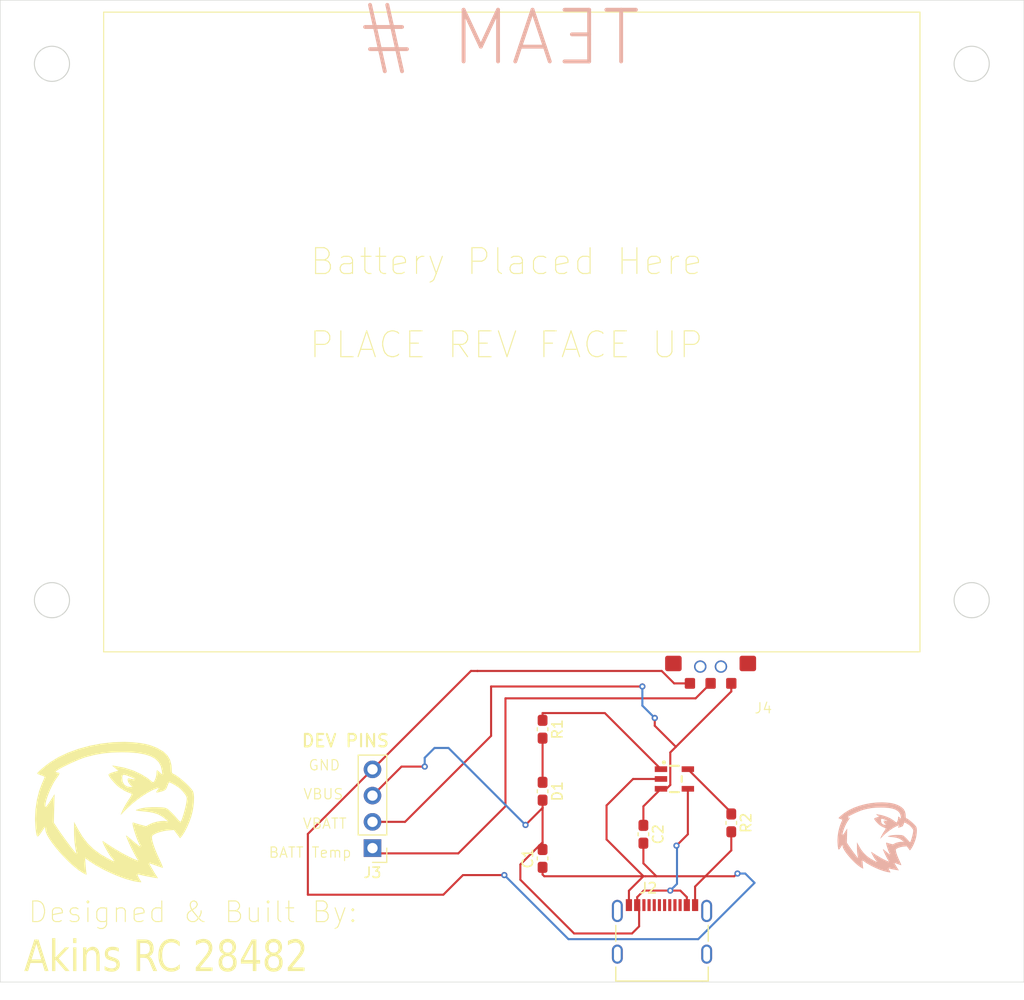
<source format=kicad_pcb>
(kicad_pcb (version 20241229) (generator "pcbnew") (generator_version "9.0")
  (layers (0 "F.Cu" signal) (2 "B.Cu" signal) (13 "F.Paste" user) (15 "B.Paste" user) (5 "F.SilkS" user "F.Silkscreen") (7 "B.SilkS" user "B.Silkscreen") (1 "F.Mask" user) (3 "B.Mask" user) (25 "Edge.Cuts" user))
  (net 0 "")
  (net 1 "VBUS")
  (net 2 "GND")
  (net 3 "VBATT")
  (net 4 "Net-(D1-K)")
  (net 5 "/VBATT_THERM")
  (net 10 "Net-(U1-STAT)")
  (net 11 "Net-(U1-PROG)")
  (footprint "USB C Connector:AMPHENOL_10155435-00011LF" (layer "F.Cu") (at 172.4 114.35)
    (property "Reference" "J2" (at -1.325 -6.385 0) (layer "F.SilkS"))
    (property "Value" "USB_C_Receptacle")
    (fp_line (start -4.47 -2.785) (end -4.47 -1.245) (stroke (width 0.127)) (layer "F.SilkS"))
    (fp_line (start -4.47 2.6) (end -4.47 1.245) (stroke (width 0.127)) (layer "F.SilkS"))
    (fp_line (start 4.47 -2.785) (end 4.47 -1.245) (stroke (width 0.127)) (layer "F.SilkS"))
    (fp_line (start 4.47 2.6) (end -4.47 2.6) (stroke (width 0.127)) (layer "F.SilkS"))
    (fp_line (start 4.47 2.6) (end 4.47 1.245) (stroke (width 0.127)) (layer "F.SilkS"))
    (pad "" np_thru_hole circle (at -2.89 -3.68) (size 0.65 0.65) (drill 0.65) (layers "*.Cu" "*.Mask"))
    (pad "" np_thru_hole circle (at 2.89 -3.68) (size 0.65 0.65) (drill 0.65) (layers "*.Cu" "*.Mask"))
    (pad "A5" smd rect (at -1.25 -4.745) (size 0.3 1.15) (layers "F.Cu" "F.Mask" "F.Paste"))
    (pad "A8" smd rect (at 1.25 -4.745) (size 0.3 1.15) (layers "F.Cu" "F.Mask" "F.Paste"))
    (pad "B5" smd rect (at 1.75 -4.745) (size 0.3 1.15) (layers "F.Cu" "F.Mask" "F.Paste"))
    (pad "B8" smd rect (at -1.75 -4.745) (size 0.3 1.15) (layers "F.Cu" "F.Mask" "F.Paste"))
    (pad "D+" smd rect (at -0.25 -4.745) (size 0.3 1.15) (layers "F.Cu" "F.Mask" "F.Paste"))
    (pad "D+" smd rect (at 0.75 -4.745) (size 0.3 1.15) (layers "F.Cu" "F.Mask" "F.Paste"))
    (pad "D-" smd rect (at -0.75 -4.745) (size 0.3 1.15) (layers "F.Cu" "F.Mask" "F.Paste"))
    (pad "D-" smd rect (at 0.25 -4.745) (size 0.3 1.15) (layers "F.Cu" "F.Mask" "F.Paste"))
    (pad "GND" smd rect (at -3.2 -4.745) (size 0.6 1.15) (layers "F.Cu" "F.Mask" "F.Paste") (net 2 "GND"))
    (pad "GND" smd rect (at 3.2 -4.745) (size 0.6 1.15) (layers "F.Cu" "F.Mask" "F.Paste" "Dwgs.User") (net 2 "GND"))
    (pad "SH1" thru_hole oval (at -4.32 -4.18) (size 1.05 2.15) (drill oval 0.65 1.75) (layers "*.Cu" "*.Mask"))
    (pad "SH2" thru_hole oval (at 4.32 -4.18) (size 1.05 2.15) (drill oval 0.65 1.75) (layers "*.Cu" "*.Mask"))
    (pad "SH3" thru_hole oval (at -4.32 0) (size 1.05 1.85) (drill oval 0.65 1.45) (layers "*.Cu" "*.Mask"))
    (pad "SH4" thru_hole oval (at 4.32 0) (size 1.05 1.85) (drill oval 0.65 1.45) (layers "*.Cu" "*.Mask"))
    (pad "VBUS" smd rect (at -2.4 -4.745) (size 0.6 1.15) (layers "F.Cu" "F.Mask" "F.Paste") (net 1 "VBUS"))
    (pad "VBUS" smd rect (at 2.4 -4.745) (size 0.6 1.15) (layers "F.Cu" "F.Mask" "F.Paste") (net 1 "VBUS"))
  )
  (footprint "Capacitor_SMD:C_0603_1608Metric_Pad1.08x0.95mm_HandSolder" (layer "F.Cu") (at 160.85 92.5875 -90)
    (property "Reference" "R1" (at 0 -1.43 270) (layer "F.SilkS"))
    (property "Value" "470")
    (fp_line (start -0.146267 0.51) (end 0.146267 0.51) (stroke (width 0.12)) (layer "F.SilkS"))
    (fp_line (start -0.146267 -0.51) (end 0.146267 -0.51) (stroke (width 0.12)) (layer "F.SilkS"))
    (pad "1" smd roundrect (at -0.8625 0 270) (size 1.075 0.95) (layers "F.Cu" "F.Mask" "F.Paste") (net 10 "Net-(U1-STAT)"))
    (pad "2" smd roundrect (at 0.8625 0 270) (size 1.075 0.95) (layers "F.Cu" "F.Mask" "F.Paste") (net 4 "Net-(D1-K)"))
  )
  (footprint "Akins RC:akinsLogoScaled" (layer "F.Cu") (at 193.05 102.981133)
    (property "Reference" "G***" (hide yes))
    (property "Value" "LOGO" (hide yes))
    (fp_poly (pts (xy 1.04035 -3.304156) (xy 1.373868 -3.269332) (xy 1.652882 -3.221285) (xy 1.899813 -3.15461) (xy 2.137081 -3.063902) (xy 2.248498 -3.012932) (xy 2.51544 -2.855766) (xy 2.711992 -2.670663) (xy 2.841676 -2.4524) (xy 2.908011 -2.195751) (xy 2.918873 -2.018136) (xy 2.923699 -1.88905) (xy 2.942072 -1.817502) (xy 2.979832 -1.784095) (xy 2.990521 -1.780188) (xy 3.098273 -1.726518) (xy 3.241361 -1.628571) (xy 3.404076 -1.500147) (xy 3.570711 -1.355049) (xy 3.72556 -1.20708) (xy 3.852914 -1.070039) (xy 3.937066 -0.957731) (xy 3.947336 -0.93944) (xy 3.984454 -0.81084) (xy 3.998518 -0.623234) (xy 3.989858 -0.391317) (xy 3.958804 -0.129785) (xy 3.924957 0.05799) (xy 3.863294 0.291433) (xy 3.773468 0.545475) (xy 3.665518 0.797126) (xy 3.549484 1.023395) (xy 3.435407 1.201294) (xy 3.413345 1.229494) (xy 3.324809 1.337832) (xy 3.175179 1.137279) (xy 3.025549 0.936727) (xy 2.746398 0.957839) (xy 2.560091 0.983577) (xy 2.371029 1.029297) (xy 2.198611 1.088252) (xy 2.062234 1.153692) (xy 1.981296 1.21887) (xy 1.976687 1.22561) (xy 1.963937 1.307275) (xy 1.985023 1.446802) (xy 2.036821 1.634135) (xy 2.116207 1.859223) (xy 2.220059 2.112008) (xy 2.319553 2.329299) (xy 2.395597 2.493697) (xy 2.453464 2.629626) (xy 2.487952 2.724005) (xy 2.493862 2.763753) (xy 2.492434 2.764231) (xy 2.442099 2.751721) (xy 2.338507 2.718378) (xy 2.200817 2.67048) (xy 2.146775 2.650949) (xy 2.00703 2.601341) (xy 1.899935 2.565972) (xy 1.842046 2.550197) (xy 1.836377 2.550584) (xy 1.854777 2.592279) (xy 1.902719 2.681132) (xy 1.969318 2.798389) (xy 2.043689 2.925298) (xy 2.114947 3.043106) (xy 2.172206 3.133059) (xy 2.186908 3.154468) (xy 2.234973 3.227749) (xy 2.251663 3.265458) (xy 2.25001 3.266818) (xy 2.185087 3.259393) (xy 2.066064 3.239869) (xy 1.914442 3.212369) (xy 1.75172 3.181017) (xy 1.599397 3.149939) (xy 1.478975 3.123257) (xy 1.418185 3.107254) (xy 1.327325 3.084754) (xy 1.272842 3.08397) (xy 1.2698 3.085957) (xy 1.276333 3.127537) (xy 1.314694 3.212788) (xy 1.353385 3.283113) (xy 1.457118 3.460121) (xy 1.366458 3.456159) (xy 1.277975 3.445709) (xy 1.14909 3.423195) (xy 1.061568 3.405162) (xy 0.734958 3.315837) (xy 0.370702 3.186292) (xy -0.009742 3.026158) (xy -0.384912 2.845066) (xy -0.733349 2.652644) (xy -1.008615 2.476156) (xy -1.263611 2.297901) (xy -1.23768 2.637382) (xy -1.223645 2.79972) (xy -1.208678 2.938596) (xy -1.195332 3.031301) (xy -1.191374 3.04915) (xy -1.187399 3.085686) (xy -1.213683 3.08986) (xy -1.283689 3.05908) (xy -1.365362 3.015652) (xy -1.557496 2.893178) (xy -1.77012 2.72715) (xy -1.994556 2.527392) (xy -2.222123 2.303729) (xy -2.444143 2.065984) (xy -2.651937 1.823982) (xy -2.836826 1.587547) (xy -2.990131 1.366502) (xy -3.103173 1.170673) (xy -3.167274 1.009882) (xy -3.176259 0.965808) (xy -3.200331 0.790184) (xy -3.373689 1.0486) (xy -3.460333 1.172332) (xy -3.523169 1.241055) (xy -3.568057 1.250504) (xy -3.600854 1.196409) (xy -3.62742 1.074503) (xy -3.653616 0.880518) (xy -3.658309 0.84128) (xy -3.682823 0.404482) (xy -3.659533 -0.05475) (xy -3.635483 -0.217259) (xy -3.185047 -0.217259) (xy -3.181305 -0.17931) (xy -3.157254 -0.181136) (xy -3.10089 -0.24275) (xy -3.018264 -0.356806) (xy -2.952255 -0.45729) (xy -2.735262 -0.797876) (xy -2.754108 -0.108984) (xy -2.772955 0.579908) (xy -2.579615 0.874099) (xy -2.473091 1.030983) (xy -2.337862 1.222581) (xy -2.187653 1.43018) (xy -2.03619 1.635068) (xy -1.897196 1.818532) (xy -1.784398 1.961859) (xy -1.760405 1.991019) (xy -1.679749 2.08767) (xy -1.699045 1.991019) (xy -1.751279 1.697779) (xy -1.782092 1.434446) (xy -1.795569 1.159243) (xy -1.797072 0.988409) (xy -1.796426 0.541247) (xy -1.622749 0.864741) (xy -1.389046 1.254414) (xy -1.135418 1.581515) (xy -0.847247 1.860609) (xy -0.509919 2.106261) (xy -0.193303 2.289306) (xy -0.055878 2.361419) (xy 0.052795 2.417531) (xy 0.116802 2.44947) (xy 0.127007 2.453817) (xy 0.120366 2.426164) (xy 0.097803 2.379778) (xy 0.048953 2.308548) (xy 0.019708 2.281207) (xy -0.020724 2.234768) (xy -0.085867 2.137897) (xy -0.164951 2.008867) (xy -0.247207 1.865946) (xy -0.321868 1.727406) (xy -0.378163 1.611516) (xy -0.386605 1.591862) (xy -0.419928 1.500123) (xy -0.416979 1.468765) (xy -0.397996 1.47588) (xy -0.344028 1.510796) (xy -0.243875 1.576029) (xy -0.116032 1.659526) (xy -0.069269 1.690112) (xy 0.170203 1.84127) (xy 0.4216 1.990342) (xy 0.666921 2.127339) (xy 0.888168 2.242272) (xy 1.067341 2.325152) (xy 1.095868 2.336737) (xy 1.302544 2.41808) (xy 1.226294 2.291536) (xy 1.132457 2.127316) (xy 1.033831 1.94045) (xy 0.937453 1.746032) (xy 0.850365 1.559161) (xy 0.779604 1.394934) (xy 0.732211 1.268447) (xy 0.71522 1.195441) (xy 0.742278 1.210632) (xy 0.81559 1.267453) (xy 0.92336 1.356457) (xy 1.030223 1.447741) (xy 1.179347 1.57287) (xy 1.296618 1.663481) (xy 1.37589 1.715667) (xy 1.411016 1.725522) (xy 1.395851 1.689142) (xy 1.383253 1.672069) (xy 1.333339 1.584249) (xy 1.271334 1.441998) (xy 1.204244 1.265809) (xy 1.139076 1.076176) (xy 1.082837 0.893594) (xy 1.042532 0.738557) (xy 1.02517 0.631558) (xy 1.024964 0.624097) (xy 1.040848 0.573598) (xy 1.092161 0.581799) (xy 1.162824 0.606458) (xy 1.282147 0.642391) (xy 1.419576 0.680535) (xy 1.679335 0.749779) (xy 1.844842 0.658034) (xy 2.000846 0.59121) (xy 2.190889 0.537866) (xy 2.385507 0.503898) (xy 2.555239 0.4952) (xy 2.622672 0.502383) (xy 2.7449 0.526152) (xy 2.609588 0.408155) (xy 2.440444 0.27852) (xy 2.262218 0.18297) (xy 2.056548 0.114898) (xy 1.805071 0.067696) (xy 1.597696 0.044071) (xy 1.402681 0.024848) (xy 1.27563 0.009176) (xy 1.207402 -0.005148) (xy 1.188852 -0.020327) (xy 1.21084 -0.038561) (xy 1.225386 -0.045603) (xy 1.419062 -0.108108) (xy 1.673094 -0.149859) (xy 1.972869 -0.169033) (xy 2.206153 -0.16792) (xy 2.393284 -0.161075) (xy 2.521934 -0.151483) (xy 2.610926 -0.134583) (xy 2.67908 -0.105819) (xy 2.745216 -0.06063) (xy 2.787608 -0.027076) (xy 2.894903 0.069948) (xy 3.021165 0.199556) (xy 3.134015 0.327766) (xy 3.226569 0.433705) (xy 3.301618 0.508465) (xy 3.345416 0.538614) (xy 3.349269 0.538077) (xy 3.379375 0.489476) (xy 3.421428 0.382991) (xy 3.470153 0.236113) (xy 3.520272 0.066336) (xy 3.566509 -0.108848) (xy 3.603588 -0.271944) (xy 3.61931 -0.357136) (xy 3.641371 -0.502723) (xy 3.64699 -0.597625) (xy 3.632459 -0.66742) (xy 3.594068 -0.737688) (xy 3.55602 -0.793629) (xy 3.458609 -0.917715) (xy 3.348108 -1.036044) (xy 3.317042 -1.064801) (xy 3.23379 -1.128252) (xy 3.123109 -1.200442) (xy 3.003911 -1.27068) (xy 2.89511 -1.328275) (xy 2.815618 -1.362536) (xy 2.78527 -1.365386) (xy 2.767177 -1.325231) (xy 2.73184 -1.236065) (xy 2.706514 -1.169413) (xy 2.658824 -1.058248) (xy 2.604761 -0.993807) (xy 2.5174 -0.951434) (xy 2.44265 -0.927785) (xy 2.290769 -0.885651) (xy 2.203482 -0.871639) (xy 2.172584 -0.887807) (xy 2.189872 -0.936219) (xy 2.221243 -0.983403) (xy 2.30209 -1.096942) (xy 2.181985 -1.062497) (xy 1.990182 -0.98729) (xy 1.761156 -0.864955) (xy 1.50964 -0.705632) (xy 1.25036 -0.519463) (xy 0.998049 -0.316587) (xy 0.767434 -0.107144) (xy 0.707468 -0.047391) (xy 0.44618 0.219132) (xy 0.531412 0.012914) (xy 0.593543 -0.116376) (xy 0.684006 -0.279292) (xy 0.786251 -0.446501) (xy 0.818069 -0.495098) (xy 0.911363 -0.638541) (xy 0.964051 -0.73139) (xy 0.981124 -0.785497) (xy 0.967572 -0.812716) (xy 0.954343 -0.818848) (xy 0.652738 -0.949265) (xy 0.384742 -1.121245) (xy 0.285295 -1.20544) (xy 0.14417 -1.346086) (xy 0.020906 -1.486388) (xy -0.053101 -1.585085) (xy 0.531182 -1.585085) (xy 0.549707 -1.401126) (xy 0.626774 -1.260165) (xy 0.755055 -1.170674) (xy 0.915214 -1.141058) (xy 1.018557 -1.140488) (xy 0.905549 -1.253496) (xy 0.826016 -1.359263) (xy 0.792675 -1.46059) (xy 0.792541 -1.466129) (xy 0.795727 -1.529453) (xy 0.817766 -1.557389) (xy 0.877384 -1.555851) (xy 0.993305 -1.530755) (xy 0.995509 -1.530243) (xy 1.087555 -1.51285) (xy 1.137508 -1.511159) (xy 1.140486 -1.513974) (xy 1.107693 -1.540771) (xy 1.024114 -1.58367) (xy 0.911955 -1.633253) (xy 0.793419 -1.680104) (xy 0.69071 -1.714806) (xy 0.637899 -1.727133) (xy 0.575322 -1.727295) (xy 0.545144 -1.692712) (xy 0.532445 -1.603522) (xy 0.531182 -1.585085) (xy -0.053101 -1.585085) (xy -0.073242 -1.611946) (xy -0.12702 -1.708363) (xy -0.135313 -1.743527) (xy -0.100582 -1.780086) (xy -0.008643 -1.823855) (xy 0.100736 -1.859949) (xy 0.336784 -1.926181) (xy 0.187722 -2.053239) (xy 0.03866 -2.180296) (xy 0.193302 -2.159648) (xy 0.631248 -2.075411) (xy 1.047121 -1.945315) (xy 1.42593 -1.775436) (xy 1.752687 -1.571852) (xy 1.866718 -1.481263) (xy 1.951142 -1.414412) (xy 2.012007 -1.37604) (xy 2.023865 -1.372451) (xy 2.06584 -1.406636) (xy 2.111599 -1.493388) (xy 2.152226 -1.609003) (xy 2.178803 -1.729778) (xy 2.184322 -1.799029) (xy 2.190336 -1.895413) (xy 2.205343 -1.948667) (xy 2.211202 -1.95236) (xy 2.253936 -1.928232) (xy 2.327326 -1.868126) (xy 2.351463 -1.846043) (xy 2.464844 -1.739727) (xy 2.44557 -1.921093) (xy 2.394255 -2.14747) (xy 2.290314 -2.338396) (xy 2.130782 -2.495239) (xy 1.912695 -2.619365) (xy 1.633086 -2.712141) (xy 1.288992 -2.774934) (xy 0.877449 -2.809109) (xy 0.502587 -2.816773) (xy 0.037625 -2.803794) (xy -0.383289 -2.763727) (xy -0.789909 -2.692558) (xy -1.211984 -2.586272) (xy -1.217809 -2.584611) (xy -1.362834 -2.536852) (xy -1.538283 -2.469207) (xy -1.73287 -2.387173) (xy -1.935308 -2.296246) (xy -2.134311 -2.201922) (xy -2.318595 -2.109697) (xy -2.476872 -2.025067) (xy -2.597858 -1.953529) (xy -2.670266 -1.900578) (xy -2.68281 -1.871711) (xy -2.682342 -1.871397) (xy -2.59647 -1.840695) (xy -2.561264 -1.83697) (xy -2.507823 -1.823197) (xy -2.502097 -1.777809) (xy -2.546271 -1.692694) (xy -2.632268 -1.5731) (xy -2.743707 -1.406723) (xy -2.854796 -1.204653) (xy -2.959251 -0.982842) (xy -3.050788 -0.757245) (xy -3.123123 -0.543813) (xy -3.16997 -0.3585) (xy -3.185047 -0.217259) (xy -3.635483 -0.217259) (xy -3.591774 -0.5126) (xy -3.48288 -0.945251) (xy -3.362593 -1.270567) (xy -3.300124 -1.414837) (xy -3.250466 -1.532465) (xy -3.221238 -1.605278) (xy -3.216868 -1.618199) (xy -3.245625 -1.647174) (xy -3.327934 -1.684697) (xy -3.392466 -1.706355) (xy -3.498116 -1.744291) (xy -3.564503 -1.780189) (xy -3.576104 -1.795602) (xy -3.546808 -1.841981) (xy -3.466954 -1.923218) (xy -3.348589 -2.028796) (xy -3.203762 -2.1482) (xy -3.044523 -2.270911) (xy -2.965064 -2.328933) (xy -2.561565 -2.579169) (xy -2.098921 -2.798607) (xy -1.590212 -2.984064) (xy -1.048516 -3.132354) (xy -0.48691 -3.240295) (xy 0.081526 -3.3047) (xy 0.643714 -3.322387)) (fill yes) (layer "B.SilkS"))
  )
  (footprint "Akins RC:akinsLogoGoldilocks" (layer "F.Cu") (at 119.133823 100.462055)
    (property "Reference" "G***" (hide yes))
    (property "Value" "LOGO" (hide yes))
    (fp_poly (pts (xy 2.083873 -6.618385) (xy 2.751925 -6.54863) (xy 3.310803 -6.452389) (xy 3.805418 -6.318835) (xy 4.280679 -6.137144) (xy 4.503851 -6.035049) (xy 5.038549 -5.720237) (xy 5.432253 -5.349467) (xy 5.692015 -4.912275) (xy 5.824889 -4.398195) (xy 5.846645 -4.042423) (xy 5.856313 -3.783858) (xy 5.893114 -3.640544) (xy 5.968748 -3.573627) (xy 5.990159 -3.565802) (xy 6.205993 -3.458299) (xy 6.492604 -3.262105) (xy 6.81853 -3.004867) (xy 7.152309 -2.714229) (xy 7.462478 -2.417838) (xy 7.717574 -2.143339) (xy 7.886136 -1.91838) (xy 7.906708 -1.881742) (xy 7.981057 -1.62415) (xy 8.009228 -1.248366) (xy 7.991881 -0.783826) (xy 7.929677 -0.259964) (xy 7.861881 0.116158) (xy 7.738367 0.583757) (xy 7.55844 1.092615) (xy 7.342211 1.596683) (xy 7.10979 2.049912) (xy 6.881288 2.406252) (xy 6.837096 2.462737) (xy 6.659755 2.679743) (xy 6.360039 2.278027) (xy 6.060322 1.876311) (xy 5.501169 1.918599) (xy 5.127987 1.970154) (xy 4.749287 2.061734) (xy 4.403925 2.179822) (xy 4.130755 2.310903) (xy 3.968633 2.441457) (xy 3.959401 2.454959) (xy 3.933863 2.618537) (xy 3.976099 2.898015) (xy 4.079852 3.273254) (xy 4.238867 3.724115) (xy 4.446886 4.230457) (xy 4.646178 4.665701) (xy 4.798499 4.994999) (xy 4.914408 5.267271) (xy 4.983489 5.456316) (xy 4.995328 5.535933) (xy 4.992467 5.53689) (xy 4.891643 5.511833) (xy 4.684145 5.445045) (xy 4.408345 5.349103) (xy 4.300095 5.309982) (xy 4.02018 5.210614) (xy 3.805663 5.139769) (xy 3.689709 5.10817) (xy 3.678353 5.108945) (xy 3.715208 5.192464) (xy 3.811239 5.37044) (xy 3.94464 5.605312) (xy 4.09361 5.859516) (xy 4.236342 6.09549) (xy 4.351035 6.275671) (xy 4.380484 6.318555) (xy 4.476761 6.465341) (xy 4.510191 6.540874) (xy 4.506879 6.543597) (xy 4.376836 6.528725) (xy 4.138428 6.489617) (xy 3.834721 6.434533) (xy 3.50878 6.371734) (xy 3.203671 6.309482) (xy 2.96246 6.256037) (xy 2.840695 6.223983) (xy 2.658698 6.178914) (xy 2.549565 6.177343) (xy 2.543471 6.181324) (xy 2.556557 6.26461) (xy 2.633396 6.435373) (xy 2.710896 6.576237) (xy 2.918679 6.930792) (xy 2.737083 6.922857) (xy 2.559846 6.901925) (xy 2.301684 6.856827) (xy 2.126372 6.820708) (xy 1.472157 6.641785) (xy 0.742534 6.3823) (xy -0.019513 6.061544) (xy -0.770997 5.698807) (xy -1.468934 5.313377) (xy -2.020304 4.959863) (xy -2.531073 4.60281) (xy -2.479134 5.282807) (xy -2.451021 5.607977) (xy -2.421041 5.886153) (xy -2.394309 6.071845) (xy -2.38638 6.107599) (xy -2.378418 6.180782) (xy -2.431065 6.189143) (xy -2.571291 6.127489) (xy -2.734885 6.040499) (xy -3.11974 5.795177) (xy -3.545637 5.462616) (xy -3.995192 5.062492) (xy -4.45102 4.614483) (xy -4.895737 4.138269) (xy -5.311958 3.653527) (xy -5.6823 3.179935) (xy -5.989378 2.737172) (xy -6.215807 2.344916) (xy -6.344203 2.022845) (xy -6.362202 1.934562) (xy -6.410419 1.582779) (xy -6.757664 2.100399) (xy -6.931216 2.348239) (xy -7.05708 2.485896) (xy -7.146991 2.504821) (xy -7.212685 2.396467) (xy -7.2659 2.152283) (xy -7.31837 1.763721) (xy -7.327772 1.685126) (xy -7.376874 0.810198) (xy -7.330223 -0.109666) (xy -7.282049 -0.435179) (xy -6.379805 -0.435179) (xy -6.372308 -0.359165) (xy -6.324134 -0.362824) (xy -6.211233 -0.486238) (xy -6.04573 -0.714698) (xy -5.91351 -0.915972) (xy -5.478863 -1.598184) (xy -5.516613 -0.218299) (xy -5.554363 1.161585) (xy -5.167093 1.750864) (xy -4.953721 2.06511) (xy -4.682851 2.44889) (xy -4.381976 2.864722) (xy -4.078587 3.275123) (xy -3.800177 3.64261) (xy -3.574236 3.9297) (xy -3.526177 3.98811) (xy -3.364619 4.181707) (xy -3.403269 3.98811) (xy -3.507897 3.400736) (xy -3.569618 2.873267) (xy -3.596611 2.322021) (xy -3.599622 1.979832) (xy -3.598328 1.084146) (xy -3.250445 1.732119) (xy -2.782327 2.512655) (xy -2.274297 3.167854) (xy -1.697077 3.726892) (xy -1.021392 4.218946) (xy -0.387196 4.585593) (xy -0.111926 4.730038) (xy 0.105751 4.842434) (xy 0.233961 4.90641) (xy 0.254401 4.915117) (xy 0.241099 4.859726) (xy 0.195905 4.766813) (xy 0.098055 4.624136) (xy 0.039477 4.569371) (xy -0.041511 4.47635) (xy -0.171995 4.282314) (xy -0.330404 4.02386) (xy -0.495168 3.737583) (xy -0.644717 3.46008) (xy -0.757479 3.227946) (xy -0.774388 3.188578) (xy -0.841136 3.00482) (xy -0.835229 2.942009) (xy -0.797206 2.956261) (xy -0.689105 3.0262) (xy -0.488494 3.156865) (xy -0.232417 3.324112) (xy -0.138749 3.385379) (xy 0.340926 3.688155) (xy 0.844485 3.986753) (xy 1.335876 4.261165) (xy 1.779044 4.491382) (xy 2.137936 4.657394) (xy 2.195078 4.6806) (xy 2.60906 4.843533) (xy 2.456328 4.590059) (xy 2.268368 4.26112) (xy 2.070814 3.886817) (xy 1.877765 3.497389) (xy 1.703323 3.123077) (xy 1.561586 2.794122) (xy 1.466655 2.540763) (xy 1.432621 2.394528) (xy 1.48682 2.424956) (xy 1.633667 2.538771) (xy 1.849536 2.717052) (xy 2.063588 2.899897) (xy 2.36229 3.150538) (xy 2.597189 3.332035) (xy 2.755975 3.436565) (xy 2.826335 3.456307) (xy 2.795958 3.383436) (xy 2.770724 3.349238) (xy 2.670744 3.17333) (xy 2.546545 2.888393) (xy 2.41216 2.535478) (xy 2.281626 2.155635) (xy 2.168975 1.789915) (xy 2.088243 1.479367) (xy 2.053465 1.265043) (xy 2.053052 1.250099) (xy 2.08487 1.148947) (xy 2.187652 1.165372) (xy 2.329193 1.214766) (xy 2.568203 1.286742) (xy 2.84348 1.363147) (xy 3.36379 1.501845) (xy 3.695309 1.318076) (xy 4.007793 1.184225) (xy 4.388458 1.077374) (xy 4.778288 1.009333) (xy 5.11827 0.991911) (xy 5.25334 1.0063) (xy 5.49817 1.05391) (xy 5.227133 0.817555) (xy 4.888328 0.55789) (xy 4.531333 0.366499) (xy 4.119366 0.230147) (xy 3.615645 0.1356) (xy 3.200263 0.088277) (xy 2.809638 0.049774) (xy 2.55515 0.018381) (xy 2.418485 -0.010311) (xy 2.381329 -0.040714) (xy 2.425372 -0.077238) (xy 2.454508 -0.091343) (xy 2.84245 -0.216545) (xy 3.351288 -0.300174) (xy 3.951754 -0.33858) (xy 4.419033 -0.336351) (xy 4.793864 -0.32264) (xy 5.051558 -0.303426) (xy 5.229813 -0.269576) (xy 5.366328 -0.211959) (xy 5.498801 -0.121443) (xy 5.583716 -0.054233) (xy 5.798631 0.14011) (xy 6.051541 0.399722) (xy 6.277586 0.656533) (xy 6.462975 0.868734) (xy 6.613302 1.018481) (xy 6.701032 1.078872) (xy 6.70875 1.077796) (xy 6.769052 0.980447) (xy 6.853288 0.767151) (xy 6.950886 0.472947) (xy 7.051277 0.132875) (xy 7.143893 -0.218026) (xy 7.218162 -0.544716) (xy 7.249655 -0.715359) (xy 7.293844 -1.006978) (xy 7.3051 -1.19707) (xy 7.275993 -1.336873) (xy 7.199093 -1.477623) (xy 7.122881 -1.589677) (xy 6.927762 -1.838226) (xy 6.706424 -2.075245) (xy 6.644197 -2.132846) (xy 6.47744 -2.259943) (xy 6.255739 -2.404543) (xy 6.01698 -2.545233) (xy 5.799046 -2.660598) (xy 5.639821 -2.729225) (xy 5.579032 -2.734932) (xy 5.542791 -2.654502) (xy 5.472009 -2.475896) (xy 5.42128 -2.342391) (xy 5.325755 -2.119721) (xy 5.217463 -1.990642) (xy 5.042475 -1.905767) (xy 4.892748 -1.858397) (xy 4.588523 -1.774001) (xy 4.413681 -1.745933) (xy 4.351792 -1.77832) (xy 4.38642 -1.875291) (xy 4.449259 -1.969803) (xy 4.6112 -2.197227) (xy 4.370623 -2.128231) (xy 3.986431 -1.977588) (xy 3.527683 -1.732545) (xy 3.023882 -1.413415) (xy 2.504533 -1.040508) (xy 1.999141 -0.634138) (xy 1.537209 -0.214614) (xy 1.417093 -0.094925) (xy 0.893721 0.438934) (xy 1.064445 0.025869) (xy 1.188896 -0.233105) (xy 1.370099 -0.559434) (xy 1.574899 -0.894361) (xy 1.638633 -0.991704) (xy 1.825504 -1.279028) (xy 1.931042 -1.465008) (xy 1.96524 -1.573387) (xy 1.938094 -1.627908) (xy 1.911597 -1.640192) (xy 1.307466 -1.901422) (xy 0.770658 -2.245907) (xy 0.57146 -2.414553) (xy 0.288781 -2.696275) (xy 0.041877 -2.977306) (xy -0.106362 -3.175) (xy 1.063984 -3.175) (xy 1.10109 -2.806523) (xy 1.25546 -2.52417) (xy 1.512412 -2.344915) (xy 1.833219 -2.285593) (xy 2.04022 -2.284451) (xy 1.813859 -2.510812) (xy 1.65455 -2.722669) (xy 1.587767 -2.925632) (xy 1.587499 -2.936726) (xy 1.59388 -3.063567) (xy 1.638026 -3.119524) (xy 1.757443 -3.116444) (xy 1.989638 -3.066175) (xy 1.994054 -3.065149) (xy 2.178427 -3.03031) (xy 2.278485 -3.026924) (xy 2.28445 -3.032562) (xy 2.218763 -3.086237) (xy 2.051352 -3.172166) (xy 1.826691 -3.271485) (xy 1.589258 -3.36533) (xy 1.383527 -3.434838) (xy 1.277743 -3.459529) (xy 1.152398 -3.459854) (xy 1.091951 -3.390584) (xy 1.066513 -3.211932) (xy 1.063984 -3.175) (xy -0.106362 -3.175) (xy -0.146708 -3.228806) (xy -0.254427 -3.421933) (xy -0.271037 -3.492369) (xy -0.20147 -3.565598) (xy -0.017312 -3.653268) (xy 0.201779 -3.725567) (xy 0.674595 -3.858233) (xy 0.376017 -4.112735) (xy 0.077438 -4.367238) (xy 0.387194 -4.325879) (xy 1.264421 -4.157148) (xy 2.097434 -3.896559) (xy 2.856208 -3.556284) (xy 3.510718 -3.148495) (xy 3.739127 -2.967041) (xy 3.908233 -2.833136) (xy 4.030149 -2.756274) (xy 4.0539 -2.749086) (xy 4.137979 -2.81756) (xy 4.229637 -2.991328) (xy 4.311014 -3.222911) (xy 4.364249 -3.464827) (xy 4.375304 -3.603542) (xy 4.38735 -3.796603) (xy 4.417411 -3.903273) (xy 4.429146 -3.910671) (xy 4.514744 -3.862342) (xy 4.661747 -3.741947) (xy 4.710096 -3.697714) (xy 4.937203 -3.484756) (xy 4.898596 -3.848041) (xy 4.79581 -4.301485) (xy 4.587612 -4.68392) (xy 4.268061 -4.998084) (xy 3.831221 -5.246715) (xy 3.271152 -5.43255) (xy 2.581915 -5.558326) (xy 1.757573 -5.626782) (xy 1.006706 -5.642133) (xy 0.075366 -5.616134) (xy -0.767747 -5.535878) (xy -1.582225 -5.393323) (xy -2.427663 -5.180427) (xy -2.43933 -5.177101) (xy -2.729823 -5.081436) (xy -3.081256 -4.94594) (xy -3.471022 -4.781622) (xy -3.876515 -4.599491) (xy -4.275129 -4.410555) (xy -4.644258 -4.225824) (xy -4.961296 -4.056307) (xy -5.203636 -3.913012) (xy -5.348673 -3.806949) (xy -5.373799 -3.749126) (xy -5.372861 -3.748498) (xy -5.200856 -3.687001) (xy -5.130336 -3.67954) (xy -5.023291 -3.651951) (xy -5.011823 -3.561037) (xy -5.100305 -3.390548) (xy -5.272561 -3.150995) (xy -5.495779 -2.817734) (xy -5.718296 -2.412977) (xy -5.927524 -1.96868) (xy -6.110877 -1.516797) (xy -6.255766 -1.089282) (xy -6.349605 -0.718092) (xy -6.379805 -0.435179) (xy -7.282049 -0.435179) (xy -7.194498 -1.026762) (xy -6.976379 -1.893382) (xy -6.735437 -2.545006) (xy -6.610308 -2.833985) (xy -6.510841 -3.069601) (xy -6.452296 -3.215448) (xy -6.443544 -3.24133) (xy -6.501145 -3.299369) (xy -6.666014 -3.374529) (xy -6.795275 -3.417911) (xy -7.006896 -3.493899) (xy -7.139873 -3.565805) (xy -7.163111 -3.596677) (xy -7.10443 -3.689577) (xy -6.944477 -3.852298) (xy -6.707386 -4.063777) (xy -6.417291 -4.302947) (xy -6.098328 -4.548744) (xy -5.939168 -4.664965) (xy -5.130938 -5.166199) (xy -4.204241 -5.605745) (xy -3.185272 -5.977224) (xy -2.100227 -6.274257) (xy -0.975304 -6.490467) (xy 0.163301 -6.619474) (xy 1.289391 -6.654902)) (fill yes) (layer "F.SilkS"))
  )
  (footprint "Capacitor_SMD:C_0603_1608Metric_Pad1.08x0.95mm_HandSolder" (layer "F.Cu") (at 179.1 101.65 -90)
    (property "Reference" "R2" (at 0 -1.43 270) (layer "F.SilkS"))
    (property "Value" "2k")
    (fp_line (start -0.146267 0.51) (end 0.146267 0.51) (stroke (width 0.12)) (layer "F.SilkS"))
    (fp_line (start -0.146267 -0.51) (end 0.146267 -0.51) (stroke (width 0.12)) (layer "F.SilkS"))
    (pad "1" smd roundrect (at -0.8625 0 270) (size 1.075 0.95) (layers "F.Cu" "F.Mask" "F.Paste") (net 11 "Net-(U1-PROG)"))
    (pad "2" smd roundrect (at 0.8625 0 270) (size 1.075 0.95) (layers "F.Cu" "F.Mask" "F.Paste") (net 2 "GND"))
  )
  (footprint "SparkFun-Semiconductor-Standard:SOT23-5" (layer "F.Cu") (at 173.6 97.4)
    (property "Reference" "U1")
    (property "Value" "MCP73831")
    (fp_line (start -0.4294 -1.27) (end 0.4294 -1.27) (stroke (width 0.2032)) (layer "F.SilkS"))
    (fp_line (start 0.4294 1.27) (end -0.4294 1.27) (stroke (width 0.2032)) (layer "F.SilkS"))
    (fp_line (start 0.7088 -0.2684) (end 0.7088 0.2684) (stroke (width 0.2032)) (layer "F.SilkS"))
    (fp_circle (center -1.016 -1.6002) (end -1.016 -1.5002) (stroke (width 0.2)) (fill yes) (layer "F.SilkS"))
    (pad "1" smd rect (at -1.3001 -0.95 270) (size 0.55 1.2) (layers "F.Cu" "F.Mask" "F.Paste") (net 10 "Net-(U1-STAT)"))
    (pad "2" smd rect (at -1.3001 0 270) (size 0.55 1.2) (layers "F.Cu" "F.Mask" "F.Paste") (net 2 "GND"))
    (pad "3" smd rect (at -1.3001 0.95 270) (size 0.55 1.2) (layers "F.Cu" "F.Mask" "F.Paste") (net 3 "VBATT"))
    (pad "4" smd rect (at 1.3001 0.95 270) (size 0.55 1.2) (layers "F.Cu" "F.Mask" "F.Paste") (net 1 "VBUS"))
    (pad "5" smd rect (at 1.3001 -0.95 270) (size 0.55 1.2) (layers "F.Cu" "F.Mask" "F.Paste") (net 11 "Net-(U1-PROG)"))
  )
  (footprint "Connector_PinHeader_2.54mm:PinHeader_1x04_P2.54mm_Vertical" (layer "F.Cu") (at 144.4 104.09 180)
    (property "Reference" "J3" (at 0 -2.38 0) (layer "F.SilkS"))
    (property "Value" "Conn_01x04_Pin")
    (fp_line (start 1.38 1.27) (end 1.38 9) (stroke (width 0.12)) (layer "F.SilkS"))
    (fp_line (start -1.38 9) (end 1.38 9) (stroke (width 0.12)) (layer "F.SilkS"))
    (fp_line (start -1.38 1.27) (end 1.38 1.27) (stroke (width 0.12)) (layer "F.SilkS"))
    (fp_line (start -1.38 1.27) (end -1.38 9) (stroke (width 0.12)) (layer "F.SilkS"))
    (fp_line (start -1.38 0) (end -1.38 -1.38) (stroke (width 0.12)) (layer "F.SilkS"))
    (fp_line (start -1.38 -1.38) (end 0 -1.38) (stroke (width 0.12)) (layer "F.SilkS"))
    (pad "1" thru_hole rect (at 0 0 180) (size 1.7 1.7) (drill 1) (layers "*.Cu" "*.Mask") (net 5 "/VBATT_THERM"))
    (pad "2" thru_hole circle (at 0 2.54 180) (size 1.7 1.7) (drill 1) (layers "*.Cu" "*.Mask") (net 3 "VBATT"))
    (pad "3" thru_hole circle (at 0 5.08 180) (size 1.7 1.7) (drill 1) (layers "*.Cu" "*.Mask") (net 1 "VBUS"))
    (pad "4" thru_hole circle (at 0 7.62 180) (size 1.7 1.7) (drill 1) (layers "*.Cu" "*.Mask") (net 2 "GND"))
  )
  (footprint "Akins RC:009155003852006" (layer "F.Cu") (at 177.1 88.15 180)
    (property "Reference" "J4" (at -5.1 -2.4 0) (layer "F.SilkS") (effects (font (thickness 0.1))))
    (property "Value" "009155003852006")
    (pad "1" smd roundrect (at -2 0 180) (size 1 1.05) (layers "F.Cu" "F.Mask" "F.Paste") (roundrect_rratio 0.15) (net 3 "VBATT"))
    (pad "2" smd roundrect (at 0 0 180) (size 1 1.05) (layers "F.Cu" "F.Mask" "F.Paste") (roundrect_rratio 0.15) (net 5 "/VBATT_THERM"))
    (pad "3" smd roundrect (at 2 0 180) (size 1 1.05) (layers "F.Cu" "F.Mask" "F.Paste") (roundrect_rratio 0.15) (net 2 "GND"))
    (pad "Locator Pin" thru_hole circle (at -1 1.625 180) (size 1.2 1.2) (drill 0.9) (layers "*.Cu" "*.Mask"))
    (pad "Locator Pin" thru_hole circle (at 1 1.625 180) (size 1.2 1.2) (drill 0.9) (layers "*.Cu" "*.Mask"))
    (pad "SH" smd roundrect (at -3.6 1.925 270) (size 1.5 1.6) (layers "F.Cu" "F.Mask" "F.Paste") (roundrect_rratio 0.15))
    (pad "SH" smd roundrect (at 3.6 1.925 270) (size 1.5 1.6) (layers "F.Cu" "F.Mask" "F.Paste") (roundrect_rratio 0.15))
  )
  (footprint "Capacitor_SMD:C_0603_1608Metric_Pad1.08x0.95mm_HandSolder" (layer "F.Cu") (at 160.85 98.5875 -90)
    (property "Reference" "D1" (at 0 -1.43 270) (layer "F.SilkS"))
    (property "Value" "Green")
    (fp_line (start -0.146267 0.51) (end 0.146267 0.51) (stroke (width 0.12)) (layer "F.SilkS"))
    (fp_line (start -0.146267 -0.51) (end 0.146267 -0.51) (stroke (width 0.12)) (layer "F.SilkS"))
    (pad "1" smd roundrect (at -0.8625 0 270) (size 1.075 0.95) (layers "F.Cu" "F.Mask" "F.Paste") (net 4 "Net-(D1-K)"))
    (pad "2" smd roundrect (at 0.8625 0 270) (size 1.075 0.95) (layers "F.Cu" "F.Mask" "F.Paste") (net 1 "VBUS"))
  )
  (footprint "Capacitor_SMD:C_0603_1608Metric_Pad1.08x0.95mm_HandSolder" (layer "F.Cu") (at 170.6 102.75 -90)
    (property "Reference" "C2" (at 0 -1.43 270) (layer "F.SilkS"))
    (property "Value" "4.7uF")
    (fp_line (start -0.146267 0.51) (end 0.146267 0.51) (stroke (width 0.12)) (layer "F.SilkS"))
    (fp_line (start -0.146267 -0.51) (end 0.146267 -0.51) (stroke (width 0.12)) (layer "F.SilkS"))
    (pad "1" smd roundrect (at -0.8625 0 270) (size 1.075 0.95) (layers "F.Cu" "F.Mask" "F.Paste") (net 3 "VBATT"))
    (pad "2" smd roundrect (at 0.8625 0 270) (size 1.075 0.95) (layers "F.Cu" "F.Mask" "F.Paste") (net 2 "GND"))
  )
  (footprint "Capacitor_SMD:C_0603_1608Metric_Pad1.08x0.95mm_HandSolder" (layer "F.Cu") (at 160.85 105.0875 90)
    (property "Reference" "C1" (at 0 -1.43 90) (layer "F.SilkS"))
    (property "Value" "4.7uF")
    (fp_line (start -0.146267 -0.51) (end 0.146267 -0.51) (stroke (width 0.12)) (layer "F.SilkS"))
    (fp_line (start -0.146267 0.51) (end 0.146267 0.51) (stroke (width 0.12)) (layer "F.SilkS"))
    (pad "1" smd roundrect (at -0.8625 0 90) (size 1.075 0.95) (layers "F.Cu" "F.Mask" "F.Paste") (net 2 "GND"))
    (pad "2" smd roundrect (at 0.8625 0 90) (size 1.075 0.95) (layers "F.Cu" "F.Mask" "F.Paste") (net 1 "VBUS"))
  )
  (gr_line (start 118.4 85.1) (end 180.35 85.1) (stroke (width 0.1)) (layer "F.SilkS"))
  (gr_line (start 180.35 85.1) (end 197.35 85.1) (stroke (width 0.1)) (layer "F.SilkS"))
  (gr_line (start 118.4 23.2) (end 118.4 85.1) (stroke (width 0.1)) (layer "F.SilkS"))
  (gr_line (start 197.35 85.1) (end 197.35 23.2) (stroke (width 0.1)) (layer "F.SilkS"))
  (gr_line (start 197.35 23.2) (end 118.4 23.2) (stroke (width 0.1)) (layer "F.SilkS"))
  (gr_line (start 176.3 117.05) (end 108.4 117.05) (stroke (width 0.05)) (layer "Edge.Cuts"))
  (gr_circle (center 202.35 80.1) (end 202.4 81.8) (stroke (width 0.1)) (fill no) (layer "Edge.Cuts"))
  (gr_line (start 108.4 22.05) (end 207.4 22.05) (stroke (width 0.05)) (layer "Edge.Cuts"))
  (gr_line (start 207.4 22.05) (end 207.4 117.05) (stroke (width 0.05)) (layer "Edge.Cuts"))
  (gr_circle (center 202.35 28.2) (end 202.35 29.9) (stroke (width 0.1)) (fill no) (layer "Edge.Cuts"))
  (gr_circle (center 113.4 28.2) (end 113.4 29.9) (stroke (width 0.1)) (fill no) (layer "Edge.Cuts"))
  (gr_circle (center 113.4 80.1) (end 113.4 81.8) (stroke (width 0.1)) (fill no) (layer "Edge.Cuts"))
  (gr_line (start 108.4 22.05) (end 108.4 117.05) (stroke (width 0.05)) (layer "Edge.Cuts"))
  (gr_line (start 176.3 117.05) (end 207.4 117.05) (stroke (width 0.05)) (layer "Edge.Cuts"))
  (gr_text "VBATT" (at 137.6 102.3 0) (layer "F.SilkS") (effects (font (size 1 1) (thickness 0.1)) (justify left bottom)))
  (gr_text "DEV PINS" (at 137.45 94.4 0) (layer "F.SilkS") (effects (font (size 1.2 1.2) (thickness 0.2) (bold yes)) (justify left bottom)))
  (gr_text "BATT Temp" (at 134.3 105.1 0) (layer "F.SilkS") (effects (font (size 1 1) (thickness 0.1)) (justify left bottom)))
  (gr_text "VBUS" (at 137.65 99.45 0) (layer "F.SilkS") (effects (font (size 1 1) (thickness 0.1)) (justify left bottom)))
  (gr_text "GND" (at 138.15 96.65 0) (layer "F.SilkS") (effects (font (size 1 1) (thickness 0.1)) (justify left bottom)))
  (gr_text "Akins RC 28482" (at 110.7 116.5 0) (layer "F.SilkS") (effects (font (size 3 2.5) (thickness 0.25)) (justify left bottom)))
  (gr_text "Designed & Built By:" (at 111 111.45 0) (layer "F.SilkS") (effects (font (size 2 2) (thickness 0.1)) (justify left bottom)))
  (gr_text "Battery Placed Here\n\nPLACE REV FACE UP" (at 157.35 56.85 0) (layer "F.SilkS") (effects (font (size 2.5 2.5) (thickness 0.1)) (justify bottom)))
  (gr_text "TEAM #" (at 170.6 28.6 0) (layer "B.SilkS") (effects (font (size 5 5) (thickness 0.375)) (justify left bottom mirror)))
  (segment (start 174.8 108.83) (end 174.17 108.2) (width 0.2) (layer "F.Cu") (net 1))
  (segment (start 170.186 109.791) (end 170.186 111.664) (width 0.2) (layer "F.Cu") (net 1))
  (segment (start 170.63 108.2) (end 173.2 108.2) (width 0.2) (layer "F.Cu") (net 1))
  (segment (start 160.85 100.15) (end 160.85 100.2) (width 0.2) (layer "F.Cu") (net 1))
  (segment (start 174.9001 98.35) (end 174.9001 102.7499) (width 0.2) (layer "F.Cu") (net 1))
  (segment (start 174.8 109.605) (end 174.8 108.83) (width 0.2) (layer "F.Cu") (net 1))
  (segment (start 160.85 100.25) (end 160.85 100.15) (width 0.2) (layer "F.Cu") (net 1))
  (segment (start 160.85 104.225) (end 160.85 103.525) (width 0.2) (layer "F.Cu") (net 1))
  (segment (start 170.186 111.664) (end 169.5 112.35) (width 0.2) (layer "F.Cu") (net 1))
  (segment (start 160.85 103.525) (end 160.85 100.15) (width 0.2) (layer "F.Cu") (net 1))
  (segment (start 170 109.605) (end 170.186 109.791) (width 0.2) (layer "F.Cu") (net 1))
  (segment (start 147.21 96.2) (end 144.4 99.01) (width 0.2) (layer "F.Cu") (net 1))
  (segment (start 170 109.605) (end 170 108.83) (width 0.2) (layer "F.Cu") (net 1))
  (segment (start 160.85 104.225) (end 160.85 104.15) (width 0.2) (layer "F.Cu") (net 1))
  (segment (start 170 108.83) (end 170.63 108.2) (width 0.2) (layer "F.Cu") (net 1))
  (segment (start 160.85 104.15) (end 161.15 103.85) (width 0.2) (layer "F.Cu") (net 1))
  (segment (start 169.5 112.35) (end 163.9 112.35) (width 0.2) (layer "F.Cu") (net 1))
  (segment (start 163.9 112.35) (end 158.7 107.15) (width 0.2) (layer "F.Cu") (net 1))
  (segment (start 174.9001 102.7499) (end 173.8 103.85) (width 0.2) (layer "F.Cu") (net 1))
  (segment (start 158.7 105.675) (end 160.85 103.525) (width 0.2) (layer "F.Cu") (net 1))
  (segment (start 149.45 96.2) (end 147.21 96.2) (width 0.2) (layer "F.Cu") (net 1))
  (segment (start 160.85 99.45) (end 160.85 100.15) (width 0.2) (layer "F.Cu") (net 1))
  (segment (start 160.85 100.2) (end 159.2 101.85) (width 0.2) (layer "F.Cu") (net 1))
  (segment (start 158.7 107.15) (end 158.7 105.675) (width 0.2) (layer "F.Cu") (net 1))
  (segment (start 174.17 108.2) (end 173.2 108.2) (width 0.2) (layer "F.Cu") (net 1))
  (via (at 173.2 108.2) (size 0.6) (drill 0.3) (layers "F.Cu" "B.Cu") (net 1))
  (via (at 173.8 103.85) (size 0.6) (drill 0.3) (layers "F.Cu" "B.Cu") (net 1))
  (via (at 159.2 101.85) (size 0.6) (drill 0.3) (layers "F.Cu" "B.Cu") (net 1))
  (via (at 149.45 96.2) (size 0.6) (drill 0.3) (layers "F.Cu" "B.Cu") (net 1))
  (segment (start 151.75 94.4) (end 150.4 94.4) (width 0.2) (layer "B.Cu") (net 1))
  (segment (start 159.2 101.85) (end 151.75 94.4) (width 0.2) (layer "B.Cu") (net 1))
  (segment (start 173.8 103.85) (end 173.85 103.9) (width 0.2) (layer "B.Cu") (net 1))
  (segment (start 173.85 107.55) (end 173.2 108.2) (width 0.2) (layer "B.Cu") (net 1))
  (segment (start 173.85 103.9) (end 173.85 107.55) (width 0.2) (layer "B.Cu") (net 1))
  (segment (start 150.4 94.4) (end 149.45 95.35) (width 0.2) (layer "B.Cu") (net 1))
  (segment (start 149.45 95.35) (end 149.45 96.2) (width 0.2) (layer "B.Cu") (net 1))
  (segment (start 151.25 108.6) (end 153.15 106.7) (width 0.2) (layer "F.Cu") (net 2))
  (segment (start 160.85 106.65) (end 160.85 105.95) (width 0.2) (layer "F.Cu") (net 2))
  (segment (start 170.8 106.8125) (end 170.6 106.8125) (width 0.2) (layer "F.Cu") (net 2))
  (segment (start 170.6 106.8125) (end 167.0375 103.25) (width 0.2) (layer "F.Cu") (net 2))
  (segment (start 172.37489 86.95) (end 154.55 86.95) (width 0.2) (layer "F.Cu") (net 2))
  (segment (start 151.25 108.6) (end 138.15 108.6) (width 0.2) (layer "F.Cu") (net 2))
  (segment (start 175.6 109.605) (end 175.6 107.8125) (width 0.2) (layer "F.Cu") (net 2))
  (segment (start 170.6 105.5625) (end 170.6 103.6125) (width 0.2) (layer "F.Cu") (net 2))
  (segment (start 173.57489 88.15) (end 172.37489 86.95) (width 0.2) (layer "F.Cu") (net 2))
  (segment (start 175.6 107.8125) (end 176.6 106.8125) (width 0.2) (layer "F.Cu") (net 2))
  (segment (start 153.15 106.7) (end 157.15 106.7) (width 0.2) (layer "F.Cu") (net 2))
  (segment (start 153.92 86.95) (end 154.55 86.95) (width 0.2) (layer "F.Cu") (net 2))
  (segment (start 179.7 106.55) (end 179.65 106.55) (width 0.2) (layer "F.Cu") (net 2))
  (segment (start 171.85 106.8125) (end 170.8 106.8125) (width 0.2) (layer "F.Cu") (net 2))
  (segment (start 167.0375 103.25) (end 167.0375 99.9625) (width 0.2) (layer "F.Cu") (net 2))
  (segment (start 175.1 88.15) (end 173.57489 88.15) (width 0.2) (layer "F.Cu") (net 2))
  (segment (start 176.6 106.8125) (end 171.85 106.8125) (width 0.2) (layer "F.Cu") (net 2))
  (segment (start 154.55 86.95) (end 154.553 86.953) (width 0.2) (layer "F.Cu") (net 2))
  (segment (start 161.0125 106.8125) (end 160.85 106.65) (width 0.2) (layer "F.Cu") (net 2))
  (segment (start 179.3875 106.8125) (end 176.6 106.8125) (width 0.2) (layer "F.Cu") (net 2))
  (segment (start 167.0375 99.9625) (end 169.6 97.4) (width 0.2) (layer "F.Cu") (net 2))
  (segment (start 171.85 106.8125) (end 170.6 105.5625) (width 0.2) (layer "F.Cu") (net 2))
  (segment (start 169.2 108.2125) (end 170.6 106.8125) (width 0.2) (layer "F.Cu") (net 2))
  (segment (start 170.6 106.8125) (end 161.0125 106.8125) (width 0.2) (layer "F.Cu") (net 2))
  (segment (start 169.2 109.605) (end 169.2 108.2125) (width 0.2) (layer "F.Cu") (net 2))
  (segment (start 176.6 106.8125) (end 179.1 104.3125) (width 0.2) (layer "F.Cu") (net 2))
  (segment (start 179.65 106.55) (end 179.3875 106.8125) (width 0.2) (layer "F.Cu") (net 2))
  (segment (start 169.6 97.4) (end 172.2999 97.4) (width 0.2) (layer "F.Cu") (net 2))
  (segment (start 138.15 108.6) (end 138.15 102.72) (width 0.2) (layer "F.Cu") (net 2))
  (segment (start 179.1 104.3125) (end 179.1 102.5125) (width 0.2) (layer "F.Cu") (net 2))
  (segment (start 138.15 102.72) (end 144.4 96.47) (width 0.2) (layer "F.Cu") (net 2))
  (segment (start 144.4 96.47) (end 153.92 86.95) (width 0.2) (layer "F.Cu") (net 2))
  (via (at 179.7 106.55) (size 0.6) (drill 0.3) (layers "F.Cu" "B.Cu") (net 2))
  (via (at 157.15 106.7) (size 0.6) (drill 0.3) (layers "F.Cu" "B.Cu") (net 2))
  (segment (start 157.15 106.7) (end 163.35 112.9) (width 0.2) (layer "B.Cu") (net 2))
  (segment (start 163.35 112.9) (end 175.9 112.9) (width 0.2) (layer "B.Cu") (net 2))
  (segment (start 181.35 107.45) (end 180.45 106.55) (width 0.2) (layer "B.Cu") (net 2))
  (segment (start 175.9 112.9) (end 181.35 107.45) (width 0.2) (layer "B.Cu") (net 2))
  (segment (start 180.45 106.55) (end 179.7 106.55) (width 0.2) (layer "B.Cu") (net 2))
  (segment (start 155.87 88.45) (end 170.5 88.45) (width 0.2) (layer "F.Cu") (net 3))
  (segment (start 179.1 88.934456) (end 173.742228 94.292228) (width 0.2) (layer "F.Cu") (net 3))
  (segment (start 173.2009 94.833557) (end 173.2009 97.976) (width 0.2) (layer "F.Cu") (net 3))
  (segment (start 147.549943 101.55) (end 155.87 93.229943) (width 0.2) (layer "F.Cu") (net 3))
  (segment (start 173.742228 94.292228) (end 173.2009 94.833557) (width 0.2) (layer "F.Cu") (net 3))
  (segment (start 171.7 91.5) (end 171.7 92.25) (width 0.2) (layer "F.Cu") (net 3))
  (segment (start 155.87 93.229943) (end 155.87 88.45) (width 0.2) (layer "F.Cu") (net 3))
  (segment (start 172.2999 98.35) (end 170.6 100.0499) (width 0.2) (layer "F.Cu") (net 3))
  (segment (start 173.2009 97.976) (end 172.8269 98.35) (width 0.2) (layer "F.Cu") (net 3))
  (segment (start 172.8269 98.35) (end 172.2999 98.35) (width 0.2) (layer "F.Cu") (net 3))
  (segment (start 144.4 101.55) (end 147.549943 101.55) (width 0.2) (layer "F.Cu") (net 3))
  (segment (start 179.1 88.15) (end 179.1 88.934456) (width 0.2) (layer "F.Cu") (net 3))
  (segment (start 171.7 92.25) (end 173.742228 94.292228) (width 0.2) (layer "F.Cu") (net 3))
  (segment (start 170.6 101.8875) (end 170.6 100.0499) (width 0.2) (layer "F.Cu") (net 3))
  (via (at 170.5 88.45) (size 0.6) (drill 0.3) (layers "F.Cu" "B.Cu") (net 3))
  (via (at 171.7 91.5) (size 0.6) (drill 0.3) (layers "F.Cu" "B.Cu") (net 3))
  (segment (start 170.5 90.3) (end 171.7 91.5) (width 0.2) (layer "B.Cu") (net 3))
  (segment (start 170.5 88.45) (end 170.5 90.3) (width 0.2) (layer "B.Cu") (net 3))
  (segment (start 160.85 93.45) (end 160.85 97.725) (width 0.2) (layer "F.Cu") (net 4))
  (segment (start 144.4 104.09) (end 144.91 104.6) (width 0.2) (layer "F.Cu") (net 5))
  (segment (start 144.91 104.6) (end 152.7 104.6) (width 0.2) (layer "F.Cu") (net 5))
  (segment (start 152.7 104.6) (end 157.26 100.04) (width 0.2) (layer "F.Cu") (net 5))
  (segment (start 177.1 88.15) (end 175.65 89.6) (width 0.2) (layer "F.Cu") (net 5))
  (segment (start 157.26 100.04) (end 157.26 89.6) (width 0.2) (layer "F.Cu") (net 5))
  (segment (start 175.65 89.6) (end 157.26 89.6) (width 0.2) (layer "F.Cu") (net 5))
  (segment (start 160.85 91.725) (end 160.85 91.025) (width 0.2) (layer "F.Cu") (net 10))
  (segment (start 166.8749 91.025) (end 172.2999 96.45) (width 0.2) (layer "F.Cu") (net 10))
  (segment (start 160.85 91.025) (end 166.8749 91.025) (width 0.2) (layer "F.Cu") (net 10))
  (segment (start 179.1 100.7875) (end 179.1 100.6499) (width 0.2) (layer "F.Cu") (net 11))
  (segment (start 179.1 100.6499) (end 174.9001 96.45) (width 0.2) (layer "F.Cu") (net 11))
)
</source>
